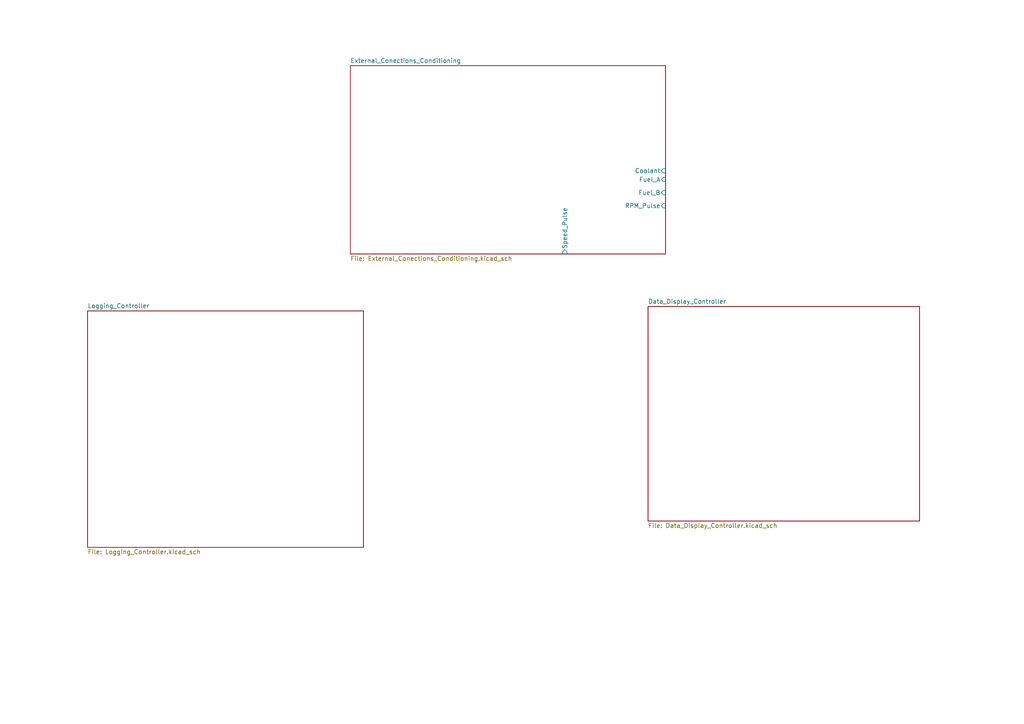
<source format=kicad_sch>
(kicad_sch
	(version 20250114)
	(generator "eeschema")
	(generator_version "9.0")
	(uuid "619a717f-b37a-4dd9-96af-345e6fd91ffe")
	(paper "A4")
	(title_block
		(title "Full CBR125RW6 Dash Project Schematic")
		(rev "1")
		(company "Ethan Sousa Projects")
	)
	(lib_symbols)
	(sheet
		(at 187.96 88.9)
		(size 78.74 62.23)
		(exclude_from_sim no)
		(in_bom yes)
		(on_board yes)
		(dnp no)
		(fields_autoplaced yes)
		(stroke
			(width 0.1524)
			(type solid)
		)
		(fill
			(color 0 0 0 0.0000)
		)
		(uuid "5c5ebc8e-da13-4330-b943-b878a884f7bc")
		(property "Sheetname" "Data_Display_Controller"
			(at 187.96 88.1884 0)
			(effects
				(font
					(size 1.27 1.27)
				)
				(justify left bottom)
			)
		)
		(property "Sheetfile" "Data_Display_Controller.kicad_sch"
			(at 187.96 151.7146 0)
			(effects
				(font
					(size 1.27 1.27)
				)
				(justify left top)
			)
		)
		(instances
			(project "Full_Circuit"
				(path "/619a717f-b37a-4dd9-96af-345e6fd91ffe"
					(page "3")
				)
			)
		)
	)
	(sheet
		(at 101.6 19.05)
		(size 91.44 54.61)
		(exclude_from_sim no)
		(in_bom yes)
		(on_board yes)
		(dnp no)
		(fields_autoplaced yes)
		(stroke
			(width 0.1524)
			(type solid)
		)
		(fill
			(color 0 0 0 0.0000)
		)
		(uuid "d1fa3f01-5726-4a75-8c16-44eebd2948ba")
		(property "Sheetname" "External_Conections_Conditioning"
			(at 101.6 18.3384 0)
			(effects
				(font
					(size 1.27 1.27)
				)
				(justify left bottom)
			)
		)
		(property "Sheetfile" "External_Conections_Conditioning.kicad_sch"
			(at 101.6 74.2446 0)
			(effects
				(font
					(size 1.27 1.27)
				)
				(justify left top)
			)
		)
		(pin "Speed_Pulse" input
			(at 163.83 73.66 270)
			(uuid "7721d117-42ae-4669-9718-afda95a6bf49")
			(effects
				(font
					(size 1.27 1.27)
				)
				(justify left)
			)
		)
		(pin "Coolant" input
			(at 193.04 49.53 0)
			(uuid "3bfc2d68-b894-4d09-863d-bc3eadf1ef9a")
			(effects
				(font
					(size 1.27 1.27)
				)
				(justify right)
			)
		)
		(pin "Fuel_A" input
			(at 193.04 52.07 0)
			(uuid "f33dd2e0-4c10-47de-b9a0-3924d086b83d")
			(effects
				(font
					(size 1.27 1.27)
				)
				(justify right)
			)
		)
		(pin "Fuel_B" input
			(at 193.04 55.88 0)
			(uuid "2a496825-3457-4db0-9dd1-5d0d63676e65")
			(effects
				(font
					(size 1.27 1.27)
				)
				(justify right)
			)
		)
		(pin "RPM_Pulse" input
			(at 193.04 59.69 0)
			(uuid "7717d2b2-01b9-461b-9e8a-576dd3869636")
			(effects
				(font
					(size 1.27 1.27)
				)
				(justify right)
			)
		)
		(instances
			(project "Full_Circuit"
				(path "/619a717f-b37a-4dd9-96af-345e6fd91ffe"
					(page "2")
				)
			)
		)
	)
	(sheet
		(at 25.4 90.17)
		(size 80.01 68.58)
		(exclude_from_sim no)
		(in_bom yes)
		(on_board yes)
		(dnp no)
		(fields_autoplaced yes)
		(stroke
			(width 0.1524)
			(type solid)
		)
		(fill
			(color 0 0 0 0.0000)
		)
		(uuid "eb8305a9-ba65-4db5-89d2-7eddef7f3a2f")
		(property "Sheetname" "Logging_Controller"
			(at 25.4 89.4584 0)
			(effects
				(font
					(size 1.27 1.27)
				)
				(justify left bottom)
			)
		)
		(property "Sheetfile" "Logging_Controller.kicad_sch"
			(at 25.4 159.3346 0)
			(effects
				(font
					(size 1.27 1.27)
				)
				(justify left top)
			)
		)
		(instances
			(project "Full_Circuit"
				(path "/619a717f-b37a-4dd9-96af-345e6fd91ffe"
					(page "4")
				)
			)
		)
	)
	(sheet_instances
		(path "/"
			(page "1")
		)
	)
	(embedded_fonts no)
)

</source>
